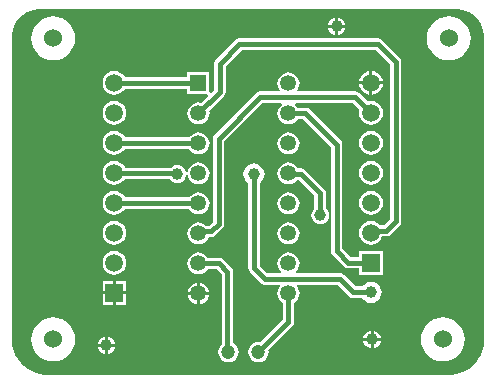
<source format=gtl>
G04*
G04 #@! TF.GenerationSoftware,Altium Limited,Altium Designer,20.1.8 (145)*
G04*
G04 Layer_Physical_Order=1*
G04 Layer_Color=255*
%FSAX24Y24*%
%MOIN*%
G70*
G04*
G04 #@! TF.SameCoordinates,962394E0-E2A8-4D8B-B5BF-9A2C438D8C64*
G04*
G04*
G04 #@! TF.FilePolarity,Positive*
G04*
G01*
G75*
%ADD12C,0.0100*%
%ADD20C,0.0180*%
%ADD21C,0.0600*%
%ADD22R,0.0531X0.0531*%
%ADD23C,0.0531*%
%ADD24C,0.0591*%
%ADD25R,0.0591X0.0591*%
%ADD26C,0.0472*%
%ADD27C,0.0394*%
G36*
X038673Y031065D02*
X038852Y030990D01*
X039013Y030883D01*
X039150Y030746D01*
X039258Y030584D01*
X039332Y030405D01*
X039370Y030215D01*
X039370Y030118D01*
X039370Y030118D01*
X039370Y030118D01*
X039370Y020079D01*
X039370Y020001D01*
X039350Y019848D01*
X039310Y019698D01*
X039251Y019555D01*
X039173Y019421D01*
X039079Y019298D01*
X038969Y019189D01*
X038847Y019095D01*
X038712Y019017D01*
X038569Y018958D01*
X038420Y018918D01*
X038266Y018898D01*
X038189Y018898D01*
X024803Y018898D01*
X024726D01*
X024572Y018918D01*
X024423Y018958D01*
X024280Y019017D01*
X024146Y019095D01*
X024023Y019189D01*
X023913Y019298D01*
X023819Y019421D01*
X023742Y019555D01*
X023682Y019698D01*
X023642Y019848D01*
X023622Y020001D01*
Y020079D01*
X023622Y030118D01*
Y030215D01*
X023660Y030405D01*
X023734Y030584D01*
X023842Y030746D01*
X023979Y030883D01*
X024140Y030990D01*
X024319Y031065D01*
X024509Y031102D01*
X024606Y031102D01*
X024606Y031102D01*
X038386Y031102D01*
X038483Y031102D01*
X038673Y031065D01*
D02*
G37*
%LPC*%
G36*
X034499Y030805D02*
Y030562D01*
X034742D01*
X034738Y030589D01*
X034708Y030662D01*
X034661Y030724D01*
X034599Y030771D01*
X034526Y030801D01*
X034499Y030805D01*
D02*
G37*
G36*
X034399D02*
X034371Y030801D01*
X034299Y030771D01*
X034237Y030724D01*
X034190Y030662D01*
X034160Y030589D01*
X034156Y030562D01*
X034399D01*
Y030805D01*
D02*
G37*
G36*
X034742Y030462D02*
X034499D01*
Y030219D01*
X034526Y030223D01*
X034599Y030253D01*
X034661Y030300D01*
X034708Y030362D01*
X034738Y030434D01*
X034742Y030462D01*
D02*
G37*
G36*
X034399D02*
X034156D01*
X034160Y030434D01*
X034190Y030362D01*
X034237Y030300D01*
X034299Y030253D01*
X034371Y030223D01*
X034399Y030219D01*
Y030462D01*
D02*
G37*
G36*
X038189Y030852D02*
X038046Y030837D01*
X037908Y030796D01*
X037781Y030728D01*
X037670Y030637D01*
X037579Y030526D01*
X037511Y030399D01*
X037470Y030261D01*
X037456Y030118D01*
X037470Y029975D01*
X037511Y029837D01*
X037579Y029711D01*
X037670Y029599D01*
X037781Y029508D01*
X037908Y029440D01*
X038046Y029399D01*
X038189Y029385D01*
X038332Y029399D01*
X038470Y029440D01*
X038596Y029508D01*
X038708Y029599D01*
X038799Y029711D01*
X038867Y029837D01*
X038908Y029975D01*
X038922Y030118D01*
X038908Y030261D01*
X038867Y030399D01*
X038799Y030526D01*
X038708Y030637D01*
X038596Y030728D01*
X038470Y030796D01*
X038332Y030837D01*
X038189Y030852D01*
D02*
G37*
G36*
X025000D02*
X024857Y030837D01*
X024719Y030796D01*
X024593Y030728D01*
X024481Y030637D01*
X024390Y030526D01*
X024322Y030399D01*
X024281Y030261D01*
X024267Y030118D01*
X024281Y029975D01*
X024322Y029837D01*
X024390Y029711D01*
X024481Y029599D01*
X024593Y029508D01*
X024719Y029440D01*
X024857Y029399D01*
X025000Y029385D01*
X025143Y029399D01*
X025281Y029440D01*
X025407Y029508D01*
X025519Y029599D01*
X025610Y029711D01*
X025678Y029837D01*
X025719Y029975D01*
X025733Y030118D01*
X025719Y030261D01*
X025678Y030399D01*
X025610Y030526D01*
X025519Y030637D01*
X025407Y030728D01*
X025281Y030796D01*
X025143Y030837D01*
X025000Y030852D01*
D02*
G37*
G36*
X035644Y029021D02*
Y028679D01*
X035986D01*
X035979Y028732D01*
X035939Y028828D01*
X035876Y028911D01*
X035793Y028974D01*
X035697Y029014D01*
X035644Y029021D01*
D02*
G37*
G36*
X035544D02*
X035491Y029014D01*
X035394Y028974D01*
X035312Y028911D01*
X035248Y028828D01*
X035209Y028732D01*
X035202Y028679D01*
X035544D01*
Y029021D01*
D02*
G37*
G36*
X035986Y028579D02*
X035644D01*
Y028237D01*
X035697Y028244D01*
X035793Y028284D01*
X035876Y028347D01*
X035939Y028430D01*
X035979Y028526D01*
X035986Y028579D01*
D02*
G37*
G36*
X035544D02*
X035202D01*
X035209Y028526D01*
X035248Y028430D01*
X035312Y028347D01*
X035394Y028284D01*
X035491Y028244D01*
X035544Y028237D01*
Y028579D01*
D02*
G37*
G36*
X032844Y028981D02*
X032748Y028969D01*
X032659Y028932D01*
X032583Y028873D01*
X032524Y028797D01*
X032487Y028708D01*
X032475Y028613D01*
X032487Y028517D01*
X032524Y028428D01*
X032551Y028393D01*
X032526Y028343D01*
X031890D01*
X031816Y028329D01*
X031753Y028287D01*
X030375Y026909D01*
X030333Y026846D01*
X030318Y026772D01*
Y024005D01*
X030187Y023874D01*
X030104D01*
X030028Y023932D01*
X029939Y023969D01*
X029844Y023981D01*
X029748Y023969D01*
X029659Y023932D01*
X029583Y023873D01*
X029524Y023797D01*
X029487Y023708D01*
X029475Y023613D01*
X029487Y023517D01*
X029524Y023428D01*
X029583Y023352D01*
X029659Y023293D01*
X029748Y023256D01*
X029844Y023244D01*
X029939Y023256D01*
X030028Y023293D01*
X030105Y023352D01*
X030163Y023428D01*
X030187Y023486D01*
X030267D01*
X030341Y023501D01*
X030404Y023543D01*
X030649Y023787D01*
X030691Y023850D01*
X030706Y023924D01*
Y026691D01*
X031970Y027956D01*
X032608D01*
X032625Y027906D01*
X032583Y027873D01*
X032524Y027797D01*
X032487Y027708D01*
X032475Y027613D01*
X032487Y027517D01*
X032524Y027428D01*
X032583Y027352D01*
X032659Y027293D01*
X032748Y027256D01*
X032844Y027244D01*
X032939Y027256D01*
X033028Y027293D01*
X033105Y027352D01*
X033156Y027419D01*
X033331D01*
X034255Y026495D01*
Y023031D01*
X034270Y022957D01*
X034312Y022895D01*
X034706Y022501D01*
X034768Y022459D01*
X034843Y022444D01*
X035198D01*
Y022234D01*
X035989D01*
Y023024D01*
X035198D01*
Y022832D01*
X034923D01*
X034643Y023112D01*
Y026575D01*
X034628Y026649D01*
X034586Y026712D01*
X033548Y027750D01*
X033485Y027792D01*
X033411Y027806D01*
X033156D01*
X033105Y027873D01*
X033062Y027906D01*
X033079Y027956D01*
X034993D01*
X035211Y027738D01*
X035209Y027732D01*
X035195Y027629D01*
X035209Y027526D01*
X035248Y027430D01*
X035312Y027347D01*
X035394Y027284D01*
X035491Y027244D01*
X035594Y027230D01*
X035697Y027244D01*
X035793Y027284D01*
X035876Y027347D01*
X035939Y027430D01*
X035979Y027526D01*
X035992Y027629D01*
X035979Y027732D01*
X035939Y027828D01*
X035876Y027911D01*
X035793Y027974D01*
X035697Y028014D01*
X035594Y028028D01*
X035491Y028014D01*
X035485Y028012D01*
X035210Y028287D01*
X035147Y028329D01*
X035073Y028343D01*
X033161D01*
X033136Y028393D01*
X033163Y028428D01*
X033200Y028517D01*
X033213Y028613D01*
X033200Y028708D01*
X033163Y028797D01*
X033105Y028873D01*
X033028Y028932D01*
X032939Y028969D01*
X032844Y028981D01*
D02*
G37*
G36*
X027044Y028028D02*
X026941Y028014D01*
X026844Y027974D01*
X026762Y027911D01*
X026698Y027828D01*
X026659Y027732D01*
X026645Y027629D01*
X026659Y027526D01*
X026698Y027430D01*
X026762Y027347D01*
X026844Y027284D01*
X026941Y027244D01*
X027044Y027230D01*
X027147Y027244D01*
X027243Y027284D01*
X027326Y027347D01*
X027389Y027430D01*
X027429Y027526D01*
X027442Y027629D01*
X027429Y027732D01*
X027389Y027828D01*
X027326Y027911D01*
X027243Y027974D01*
X027147Y028014D01*
X027044Y028028D01*
D02*
G37*
G36*
X032844Y026981D02*
X032748Y026969D01*
X032659Y026932D01*
X032583Y026873D01*
X032524Y026797D01*
X032487Y026708D01*
X032475Y026613D01*
X032487Y026517D01*
X032524Y026428D01*
X032583Y026352D01*
X032659Y026293D01*
X032748Y026256D01*
X032844Y026244D01*
X032939Y026256D01*
X033028Y026293D01*
X033105Y026352D01*
X033163Y026428D01*
X033200Y026517D01*
X033213Y026613D01*
X033200Y026708D01*
X033163Y026797D01*
X033105Y026873D01*
X033028Y026932D01*
X032939Y026969D01*
X032844Y026981D01*
D02*
G37*
G36*
X027044Y027028D02*
X026941Y027014D01*
X026844Y026974D01*
X026762Y026911D01*
X026698Y026828D01*
X026659Y026732D01*
X026645Y026629D01*
X026659Y026526D01*
X026698Y026430D01*
X026762Y026347D01*
X026844Y026284D01*
X026941Y026244D01*
X027044Y026230D01*
X027147Y026244D01*
X027243Y026284D01*
X027326Y026347D01*
X027387Y026427D01*
X029525D01*
X029583Y026352D01*
X029659Y026293D01*
X029748Y026256D01*
X029844Y026244D01*
X029939Y026256D01*
X030028Y026293D01*
X030105Y026352D01*
X030163Y026428D01*
X030200Y026517D01*
X030213Y026613D01*
X030200Y026708D01*
X030163Y026797D01*
X030105Y026873D01*
X030028Y026932D01*
X029939Y026969D01*
X029844Y026981D01*
X029748Y026969D01*
X029659Y026932D01*
X029583Y026873D01*
X029538Y026814D01*
X027395D01*
X027389Y026828D01*
X027326Y026911D01*
X027243Y026974D01*
X027147Y027014D01*
X027044Y027028D01*
D02*
G37*
G36*
X035594D02*
X035491Y027014D01*
X035394Y026974D01*
X035312Y026911D01*
X035248Y026828D01*
X035209Y026732D01*
X035195Y026629D01*
X035209Y026526D01*
X035248Y026430D01*
X035312Y026347D01*
X035394Y026284D01*
X035491Y026244D01*
X035594Y026230D01*
X035697Y026244D01*
X035793Y026284D01*
X035876Y026347D01*
X035939Y026430D01*
X035979Y026526D01*
X035992Y026629D01*
X035979Y026732D01*
X035939Y026828D01*
X035876Y026911D01*
X035793Y026974D01*
X035697Y027014D01*
X035594Y027028D01*
D02*
G37*
G36*
X027044Y026028D02*
X026941Y026014D01*
X026844Y025974D01*
X026762Y025911D01*
X026698Y025828D01*
X026659Y025732D01*
X026645Y025629D01*
X026659Y025526D01*
X026698Y025430D01*
X026762Y025347D01*
X026844Y025284D01*
X026941Y025244D01*
X027044Y025230D01*
X027147Y025244D01*
X027243Y025284D01*
X027326Y025347D01*
X027379Y025416D01*
X028894D01*
X028922Y025379D01*
X028984Y025331D01*
X029056Y025301D01*
X029134Y025291D01*
X029211Y025301D01*
X029284Y025331D01*
X029346Y025379D01*
X029393Y025441D01*
X029423Y025513D01*
X029430Y025568D01*
X029481D01*
X029487Y025517D01*
X029524Y025428D01*
X029583Y025352D01*
X029659Y025293D01*
X029748Y025256D01*
X029844Y025244D01*
X029939Y025256D01*
X030028Y025293D01*
X030105Y025352D01*
X030163Y025428D01*
X030200Y025517D01*
X030213Y025613D01*
X030200Y025708D01*
X030163Y025797D01*
X030105Y025873D01*
X030028Y025932D01*
X029939Y025969D01*
X029844Y025982D01*
X029748Y025969D01*
X029659Y025932D01*
X029583Y025873D01*
X029524Y025797D01*
X029487Y025708D01*
X029478Y025635D01*
X029427D01*
X029423Y025668D01*
X029393Y025740D01*
X029346Y025802D01*
X029284Y025850D01*
X029211Y025880D01*
X029134Y025890D01*
X029056Y025880D01*
X028984Y025850D01*
X028924Y025803D01*
X027399D01*
X027389Y025828D01*
X027326Y025911D01*
X027243Y025974D01*
X027147Y026014D01*
X027044Y026028D01*
D02*
G37*
G36*
X035594D02*
X035491Y026014D01*
X035394Y025974D01*
X035312Y025911D01*
X035248Y025828D01*
X035209Y025732D01*
X035195Y025629D01*
X035209Y025526D01*
X035248Y025430D01*
X035312Y025347D01*
X035394Y025284D01*
X035491Y025244D01*
X035594Y025230D01*
X035697Y025244D01*
X035793Y025284D01*
X035876Y025347D01*
X035939Y025430D01*
X035979Y025526D01*
X035992Y025629D01*
X035979Y025732D01*
X035939Y025828D01*
X035876Y025911D01*
X035793Y025974D01*
X035697Y026014D01*
X035594Y026028D01*
D02*
G37*
G36*
X032844Y024982D02*
X032748Y024969D01*
X032659Y024932D01*
X032583Y024873D01*
X032524Y024797D01*
X032487Y024708D01*
X032475Y024613D01*
X032487Y024517D01*
X032524Y024428D01*
X032583Y024352D01*
X032659Y024293D01*
X032748Y024256D01*
X032844Y024244D01*
X032939Y024256D01*
X033028Y024293D01*
X033105Y024352D01*
X033163Y024428D01*
X033200Y024517D01*
X033213Y024613D01*
X033200Y024708D01*
X033163Y024797D01*
X033105Y024873D01*
X033028Y024932D01*
X032939Y024969D01*
X032844Y024982D01*
D02*
G37*
G36*
X027044Y025028D02*
X026941Y025014D01*
X026844Y024974D01*
X026762Y024911D01*
X026698Y024828D01*
X026659Y024732D01*
X026645Y024629D01*
X026659Y024526D01*
X026698Y024430D01*
X026762Y024347D01*
X026844Y024284D01*
X026941Y024244D01*
X027044Y024230D01*
X027147Y024244D01*
X027243Y024284D01*
X027326Y024347D01*
X027387Y024427D01*
X029525D01*
X029583Y024352D01*
X029659Y024293D01*
X029748Y024256D01*
X029844Y024244D01*
X029939Y024256D01*
X030028Y024293D01*
X030105Y024352D01*
X030163Y024428D01*
X030200Y024517D01*
X030213Y024613D01*
X030200Y024708D01*
X030163Y024797D01*
X030105Y024873D01*
X030028Y024932D01*
X029939Y024969D01*
X029844Y024982D01*
X029748Y024969D01*
X029659Y024932D01*
X029583Y024873D01*
X029538Y024814D01*
X027395D01*
X027389Y024828D01*
X027326Y024911D01*
X027243Y024974D01*
X027147Y025014D01*
X027044Y025028D01*
D02*
G37*
G36*
X035594D02*
X035491Y025014D01*
X035394Y024974D01*
X035312Y024911D01*
X035248Y024828D01*
X035209Y024732D01*
X035195Y024629D01*
X035209Y024526D01*
X035248Y024430D01*
X035312Y024347D01*
X035394Y024284D01*
X035491Y024244D01*
X035594Y024230D01*
X035697Y024244D01*
X035793Y024284D01*
X035876Y024347D01*
X035939Y024430D01*
X035979Y024526D01*
X035992Y024629D01*
X035979Y024732D01*
X035939Y024828D01*
X035876Y024911D01*
X035793Y024974D01*
X035697Y025014D01*
X035594Y025028D01*
D02*
G37*
G36*
X032844Y025982D02*
X032748Y025969D01*
X032659Y025932D01*
X032583Y025873D01*
X032524Y025797D01*
X032487Y025708D01*
X032475Y025613D01*
X032487Y025517D01*
X032524Y025428D01*
X032583Y025352D01*
X032659Y025293D01*
X032748Y025256D01*
X032844Y025244D01*
X032939Y025256D01*
X033028Y025293D01*
X033105Y025352D01*
X033139Y025397D01*
X033187D01*
X033711Y024873D01*
Y024438D01*
X033693Y024424D01*
X033645Y024362D01*
X033615Y024290D01*
X033605Y024213D01*
X033615Y024135D01*
X033645Y024063D01*
X033693Y024001D01*
X033755Y023953D01*
X033827Y023923D01*
X033905Y023913D01*
X033982Y023923D01*
X034054Y023953D01*
X034116Y024001D01*
X034164Y024063D01*
X034194Y024135D01*
X034204Y024213D01*
X034194Y024290D01*
X034164Y024362D01*
X034116Y024424D01*
X034098Y024438D01*
Y024954D01*
X034084Y025028D01*
X034042Y025091D01*
X033405Y025728D01*
X033342Y025770D01*
X033268Y025784D01*
X033168D01*
X033163Y025797D01*
X033105Y025873D01*
X033028Y025932D01*
X032939Y025969D01*
X032844Y025982D01*
D02*
G37*
G36*
X035827Y030115D02*
X031208D01*
X031134Y030100D01*
X031071Y030058D01*
X030422Y029410D01*
X030380Y029347D01*
X030366Y029273D01*
Y028409D01*
X030256Y028299D01*
X030209Y028318D01*
Y028978D01*
X029478D01*
Y028823D01*
X027391D01*
X027389Y028828D01*
X027326Y028911D01*
X027243Y028974D01*
X027147Y029014D01*
X027044Y029028D01*
X026941Y029014D01*
X026844Y028974D01*
X026762Y028911D01*
X026698Y028828D01*
X026659Y028732D01*
X026645Y028629D01*
X026659Y028526D01*
X026698Y028430D01*
X026762Y028347D01*
X026844Y028284D01*
X026941Y028244D01*
X027044Y028230D01*
X027147Y028244D01*
X027243Y028284D01*
X027326Y028347D01*
X027389Y028430D01*
X027391Y028435D01*
X029478D01*
Y028247D01*
X030139D01*
X030158Y028201D01*
X029928Y027970D01*
X029844Y027982D01*
X029748Y027969D01*
X029659Y027932D01*
X029583Y027873D01*
X029524Y027797D01*
X029487Y027708D01*
X029475Y027613D01*
X029487Y027517D01*
X029524Y027428D01*
X029583Y027352D01*
X029659Y027293D01*
X029748Y027256D01*
X029844Y027244D01*
X029939Y027256D01*
X030028Y027293D01*
X030105Y027352D01*
X030163Y027428D01*
X030200Y027517D01*
X030213Y027613D01*
X030202Y027696D01*
X030696Y028191D01*
X030738Y028254D01*
X030753Y028328D01*
Y029193D01*
X031288Y029728D01*
X035747D01*
X036224Y029250D01*
Y024096D01*
X036029Y023901D01*
X035883D01*
X035876Y023911D01*
X035793Y023974D01*
X035697Y024014D01*
X035594Y024028D01*
X035491Y024014D01*
X035394Y023974D01*
X035312Y023911D01*
X035248Y023828D01*
X035209Y023732D01*
X035195Y023629D01*
X035209Y023526D01*
X035248Y023430D01*
X035312Y023347D01*
X035394Y023284D01*
X035491Y023244D01*
X035594Y023230D01*
X035697Y023244D01*
X035793Y023284D01*
X035876Y023347D01*
X035939Y023430D01*
X035974Y023514D01*
X036109D01*
X036183Y023529D01*
X036246Y023571D01*
X036554Y023879D01*
X036596Y023942D01*
X036611Y024016D01*
Y029331D01*
X036596Y029405D01*
X036554Y029468D01*
X035964Y030058D01*
X035901Y030100D01*
X035827Y030115D01*
D02*
G37*
G36*
X032844Y023981D02*
X032748Y023969D01*
X032659Y023932D01*
X032583Y023873D01*
X032524Y023797D01*
X032487Y023708D01*
X032475Y023613D01*
X032487Y023517D01*
X032524Y023428D01*
X032583Y023352D01*
X032659Y023293D01*
X032748Y023256D01*
X032844Y023244D01*
X032939Y023256D01*
X033028Y023293D01*
X033105Y023352D01*
X033163Y023428D01*
X033200Y023517D01*
X033213Y023613D01*
X033200Y023708D01*
X033163Y023797D01*
X033105Y023873D01*
X033028Y023932D01*
X032939Y023969D01*
X032844Y023981D01*
D02*
G37*
G36*
X027044Y024028D02*
X026941Y024014D01*
X026844Y023974D01*
X026762Y023911D01*
X026698Y023828D01*
X026659Y023732D01*
X026645Y023629D01*
X026659Y023526D01*
X026698Y023430D01*
X026762Y023347D01*
X026844Y023284D01*
X026941Y023244D01*
X027044Y023230D01*
X027147Y023244D01*
X027243Y023284D01*
X027326Y023347D01*
X027389Y023430D01*
X027429Y023526D01*
X027442Y023629D01*
X027429Y023732D01*
X027389Y023828D01*
X027326Y023911D01*
X027243Y023974D01*
X027147Y024014D01*
X027044Y024028D01*
D02*
G37*
G36*
Y023028D02*
X026941Y023014D01*
X026844Y022974D01*
X026762Y022911D01*
X026698Y022828D01*
X026659Y022732D01*
X026645Y022629D01*
X026659Y022526D01*
X026698Y022430D01*
X026762Y022347D01*
X026844Y022284D01*
X026941Y022244D01*
X027044Y022230D01*
X027147Y022244D01*
X027243Y022284D01*
X027326Y022347D01*
X027389Y022430D01*
X027429Y022526D01*
X027442Y022629D01*
X027429Y022732D01*
X027389Y022828D01*
X027326Y022911D01*
X027243Y022974D01*
X027147Y023014D01*
X027044Y023028D01*
D02*
G37*
G36*
X027439Y022024D02*
X027094D01*
Y021679D01*
X027439D01*
Y022024D01*
D02*
G37*
G36*
X026994D02*
X026648D01*
Y021679D01*
X026994D01*
Y022024D01*
D02*
G37*
G36*
X029894Y021975D02*
Y021663D01*
X030206D01*
X030200Y021708D01*
X030163Y021797D01*
X030105Y021873D01*
X030028Y021932D01*
X029939Y021969D01*
X029894Y021975D01*
D02*
G37*
G36*
X029794D02*
X029748Y021969D01*
X029659Y021932D01*
X029583Y021873D01*
X029524Y021797D01*
X029487Y021708D01*
X029481Y021663D01*
X029794D01*
Y021975D01*
D02*
G37*
G36*
X031693Y025944D02*
X031602Y025932D01*
X031516Y025896D01*
X031443Y025840D01*
X031387Y025767D01*
X031352Y025682D01*
X031340Y025591D01*
X031352Y025499D01*
X031387Y025414D01*
X031443Y025341D01*
X031506Y025293D01*
Y022450D01*
X031521Y022376D01*
X031563Y022313D01*
X031913Y021963D01*
X031976Y021921D01*
X032050Y021906D01*
X032547D01*
X032570Y021856D01*
X032524Y021797D01*
X032487Y021708D01*
X032475Y021613D01*
X032487Y021517D01*
X032524Y021428D01*
X032583Y021352D01*
X032650Y021300D01*
Y020737D01*
X031901Y019988D01*
X031844Y019995D01*
X031756Y019984D01*
X031674Y019950D01*
X031604Y019896D01*
X031550Y019826D01*
X031516Y019744D01*
X031505Y019656D01*
X031516Y019569D01*
X031550Y019487D01*
X031604Y019417D01*
X031674Y019363D01*
X031756Y019329D01*
X031844Y019317D01*
X031931Y019329D01*
X032013Y019363D01*
X032083Y019417D01*
X032137Y019487D01*
X032171Y019569D01*
X032183Y019656D01*
X032175Y019714D01*
X032981Y020519D01*
X033023Y020582D01*
X033037Y020656D01*
Y021300D01*
X033105Y021352D01*
X033163Y021428D01*
X033200Y021517D01*
X033213Y021613D01*
X033200Y021708D01*
X033163Y021797D01*
X033118Y021856D01*
X033140Y021906D01*
X034470D01*
X034863Y021513D01*
X034926Y021471D01*
X035000Y021456D01*
X035307D01*
X035350Y021400D01*
X035423Y021344D01*
X035509Y021309D01*
X035600Y021297D01*
X035691Y021309D01*
X035777Y021344D01*
X035850Y021400D01*
X035906Y021473D01*
X035941Y021559D01*
X035953Y021650D01*
X035941Y021741D01*
X035906Y021827D01*
X035850Y021900D01*
X035777Y021956D01*
X035691Y021991D01*
X035600Y022003D01*
X035509Y021991D01*
X035423Y021956D01*
X035350Y021900D01*
X035307Y021844D01*
X035080D01*
X034687Y022237D01*
X034624Y022279D01*
X034550Y022294D01*
X033107D01*
X033091Y022341D01*
X033105Y022352D01*
X033163Y022428D01*
X033200Y022517D01*
X033213Y022613D01*
X033200Y022708D01*
X033163Y022797D01*
X033105Y022873D01*
X033028Y022932D01*
X032939Y022969D01*
X032844Y022982D01*
X032748Y022969D01*
X032659Y022932D01*
X032583Y022873D01*
X032524Y022797D01*
X032487Y022708D01*
X032475Y022613D01*
X032487Y022517D01*
X032524Y022428D01*
X032583Y022352D01*
X032597Y022341D01*
X032581Y022294D01*
X032130D01*
X031894Y022530D01*
Y025303D01*
X031943Y025341D01*
X031999Y025414D01*
X032034Y025499D01*
X032046Y025591D01*
X032034Y025682D01*
X031999Y025767D01*
X031943Y025840D01*
X031869Y025896D01*
X031784Y025932D01*
X031693Y025944D01*
D02*
G37*
G36*
X030206Y021563D02*
X029894D01*
Y021250D01*
X029939Y021256D01*
X030028Y021293D01*
X030105Y021352D01*
X030163Y021428D01*
X030200Y021517D01*
X030206Y021563D01*
D02*
G37*
G36*
X029794D02*
X029481D01*
X029487Y021517D01*
X029524Y021428D01*
X029583Y021352D01*
X029659Y021293D01*
X029748Y021256D01*
X029794Y021250D01*
Y021563D01*
D02*
G37*
G36*
X027439Y021579D02*
X027094D01*
Y021234D01*
X027439D01*
Y021579D01*
D02*
G37*
G36*
X026994D02*
X026648D01*
Y021234D01*
X026994D01*
Y021579D01*
D02*
G37*
G36*
X035680Y020372D02*
Y020129D01*
X035923D01*
X035919Y020156D01*
X035889Y020228D01*
X035842Y020290D01*
X035780Y020338D01*
X035707Y020368D01*
X035680Y020372D01*
D02*
G37*
G36*
X035580D02*
X035552Y020368D01*
X035480Y020338D01*
X035418Y020290D01*
X035371Y020228D01*
X035341Y020156D01*
X035337Y020129D01*
X035580D01*
Y020372D01*
D02*
G37*
G36*
X026822Y020175D02*
Y019932D01*
X027064D01*
X027061Y019959D01*
X027031Y020032D01*
X026983Y020094D01*
X026921Y020141D01*
X026849Y020171D01*
X026822Y020175D01*
D02*
G37*
G36*
X026722D02*
X026694Y020171D01*
X026622Y020141D01*
X026560Y020094D01*
X026512Y020032D01*
X026482Y019959D01*
X026479Y019932D01*
X026722D01*
Y020175D01*
D02*
G37*
G36*
X035923Y020029D02*
X035680D01*
Y019786D01*
X035707Y019790D01*
X035780Y019819D01*
X035842Y019867D01*
X035889Y019929D01*
X035919Y020001D01*
X035923Y020029D01*
D02*
G37*
G36*
X035580D02*
X035337D01*
X035341Y020001D01*
X035371Y019929D01*
X035418Y019867D01*
X035480Y019819D01*
X035552Y019790D01*
X035580Y019786D01*
Y020029D01*
D02*
G37*
G36*
X027064Y019832D02*
X026822D01*
Y019589D01*
X026849Y019593D01*
X026921Y019623D01*
X026983Y019670D01*
X027031Y019732D01*
X027061Y019804D01*
X027064Y019832D01*
D02*
G37*
G36*
X026722D02*
X026479D01*
X026482Y019804D01*
X026512Y019732D01*
X026560Y019670D01*
X026622Y019623D01*
X026694Y019593D01*
X026722Y019589D01*
Y019832D01*
D02*
G37*
G36*
X037992Y020812D02*
X037849Y020798D01*
X037711Y020756D01*
X037585Y020689D01*
X037473Y020597D01*
X037382Y020486D01*
X037315Y020359D01*
X037273Y020222D01*
X037259Y020079D01*
X037273Y019936D01*
X037315Y019798D01*
X037382Y019671D01*
X037473Y019560D01*
X037585Y019469D01*
X037711Y019401D01*
X037849Y019359D01*
X037992Y019345D01*
X038135Y019359D01*
X038273Y019401D01*
X038400Y019469D01*
X038511Y019560D01*
X038602Y019671D01*
X038670Y019798D01*
X038711Y019936D01*
X038726Y020079D01*
X038711Y020222D01*
X038670Y020359D01*
X038602Y020486D01*
X038511Y020597D01*
X038400Y020689D01*
X038273Y020756D01*
X038135Y020798D01*
X037992Y020812D01*
D02*
G37*
G36*
X025000D02*
X024857Y020798D01*
X024719Y020756D01*
X024593Y020689D01*
X024481Y020597D01*
X024390Y020486D01*
X024322Y020359D01*
X024281Y020222D01*
X024267Y020079D01*
X024281Y019936D01*
X024322Y019798D01*
X024390Y019671D01*
X024481Y019560D01*
X024593Y019469D01*
X024719Y019401D01*
X024857Y019359D01*
X025000Y019345D01*
X025143Y019359D01*
X025281Y019401D01*
X025407Y019469D01*
X025519Y019560D01*
X025610Y019671D01*
X025678Y019798D01*
X025719Y019936D01*
X025733Y020079D01*
X025719Y020222D01*
X025678Y020359D01*
X025610Y020486D01*
X025519Y020597D01*
X025407Y020689D01*
X025281Y020756D01*
X025143Y020798D01*
X025000Y020812D01*
D02*
G37*
G36*
X029844Y022982D02*
X029748Y022969D01*
X029659Y022932D01*
X029583Y022873D01*
X029524Y022797D01*
X029487Y022708D01*
X029475Y022613D01*
X029487Y022517D01*
X029524Y022428D01*
X029583Y022352D01*
X029659Y022293D01*
X029748Y022256D01*
X029844Y022244D01*
X029939Y022256D01*
X030028Y022293D01*
X030105Y022352D01*
X030156Y022419D01*
X030450D01*
X030613Y022255D01*
Y019903D01*
X030604Y019896D01*
X030550Y019826D01*
X030516Y019744D01*
X030505Y019656D01*
X030516Y019569D01*
X030550Y019487D01*
X030604Y019417D01*
X030674Y019363D01*
X030756Y019329D01*
X030844Y019317D01*
X030931Y019329D01*
X031013Y019363D01*
X031084Y019417D01*
X031137Y019487D01*
X031171Y019569D01*
X031183Y019656D01*
X031171Y019744D01*
X031137Y019826D01*
X031084Y019896D01*
X031013Y019950D01*
X031001Y019955D01*
Y022336D01*
X030986Y022410D01*
X030944Y022472D01*
X030667Y022750D01*
X030604Y022792D01*
X030530Y022806D01*
X030156D01*
X030105Y022873D01*
X030028Y022932D01*
X029939Y022969D01*
X029844Y022982D01*
D02*
G37*
%LPD*%
D12*
X027044Y021629D02*
X027060Y021613D01*
X029827Y028629D02*
X029844Y028613D01*
D20*
X034550Y022100D02*
X035000Y021650D01*
X035600D01*
X032050Y022100D02*
X034550D01*
X031700Y022450D02*
X032050Y022100D01*
X031693Y025591D02*
X031700Y025583D01*
Y022450D02*
Y025583D01*
X031844Y019656D02*
X032844Y020656D01*
Y021613D01*
X034449Y023031D02*
X034843Y022638D01*
X034449Y023031D02*
Y026575D01*
X034843Y022638D02*
X035585D01*
X030512Y023924D02*
Y026772D01*
X029844Y023613D02*
X029911Y023680D01*
X030512Y026772D02*
X031890Y028150D01*
X029911Y023680D02*
X030267D01*
X030512Y023924D01*
X031890Y028150D02*
X035073D01*
X032844Y025613D02*
X032866Y025591D01*
X033268D01*
X033905Y024213D02*
Y024954D01*
X033268Y025591D02*
X033905Y024954D01*
X033411Y027613D02*
X034449Y026575D01*
X032844Y027613D02*
X033411D01*
X031208Y029921D02*
X035827D01*
X029844Y027613D02*
X030559Y028328D01*
Y029273D01*
X031208Y029921D01*
X035827D02*
X036417Y029331D01*
Y024016D02*
Y029331D01*
X036109Y023707D02*
X036417Y024016D01*
X035594Y023629D02*
X035672Y023707D01*
X036109D01*
X027044Y025629D02*
X027063Y025610D01*
X029115D01*
X029134Y025591D01*
X035073Y028150D02*
X035594Y027629D01*
X035585Y022638D02*
X035594Y022629D01*
X029836Y024621D02*
X029844Y024613D01*
X027044Y024629D02*
X027052Y024621D01*
X029836D01*
Y026621D02*
X029844Y026613D01*
X027052Y026621D02*
X029836D01*
X027044Y026629D02*
X027052Y026621D01*
X030807Y019693D02*
Y022336D01*
X029844Y022613D02*
X030530D01*
X030807Y022336D01*
Y019693D02*
X030844Y019656D01*
X027044Y028629D02*
X029827D01*
D21*
X037992Y020079D02*
D03*
X038189Y030118D02*
D03*
X025000Y020079D02*
D03*
Y030118D02*
D03*
D22*
X029844Y028613D02*
D03*
D23*
Y027613D02*
D03*
Y026613D02*
D03*
Y025613D02*
D03*
Y024613D02*
D03*
Y023613D02*
D03*
Y022613D02*
D03*
Y021613D02*
D03*
X032844D02*
D03*
Y022613D02*
D03*
Y023613D02*
D03*
Y024613D02*
D03*
Y025613D02*
D03*
Y026613D02*
D03*
Y027613D02*
D03*
Y028613D02*
D03*
D24*
X035594Y024629D02*
D03*
Y023629D02*
D03*
Y025629D02*
D03*
Y026629D02*
D03*
Y027629D02*
D03*
Y028629D02*
D03*
X027044D02*
D03*
Y027629D02*
D03*
Y026629D02*
D03*
Y025629D02*
D03*
Y024629D02*
D03*
Y023629D02*
D03*
Y022629D02*
D03*
D25*
X035594D02*
D03*
X027044Y021629D02*
D03*
D26*
X031844Y019656D02*
D03*
X030844D02*
D03*
D27*
X035600Y021650D02*
D03*
X031693Y025591D02*
D03*
X026772Y019882D02*
D03*
X035630Y020079D02*
D03*
X034449Y030512D02*
D03*
X033905Y024213D02*
D03*
X029134Y025591D02*
D03*
M02*

</source>
